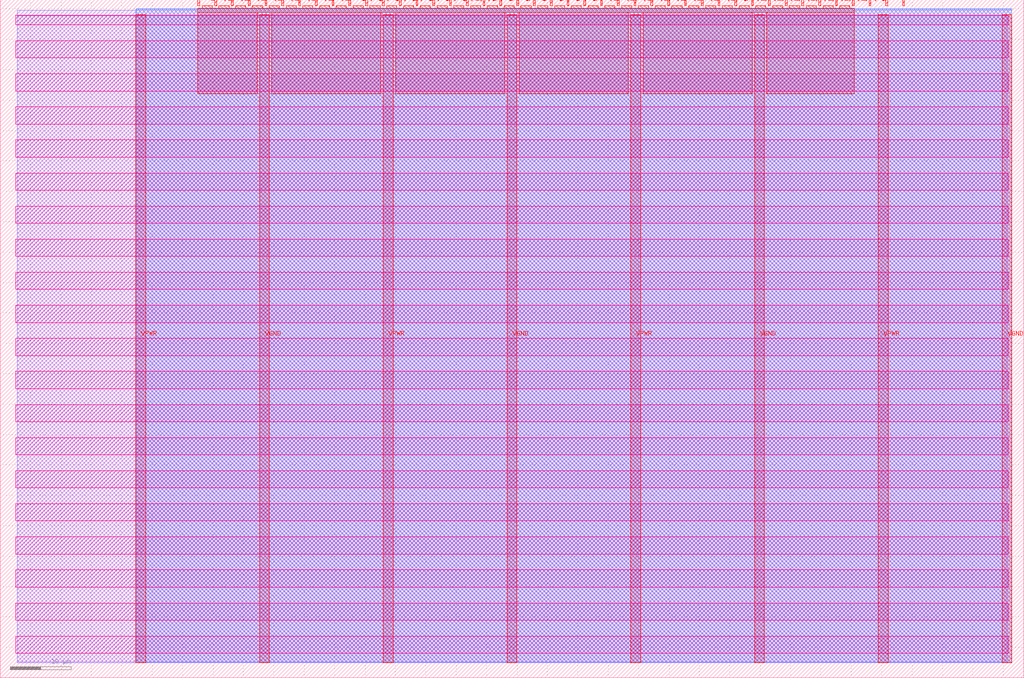
<source format=lef>
VERSION 5.7 ;
  NOWIREEXTENSIONATPIN ON ;
  DIVIDERCHAR "/" ;
  BUSBITCHARS "[]" ;
MACRO tt_um_wokwi_380416361853146113_dup
  CLASS BLOCK ;
  FOREIGN tt_um_wokwi_380416361853146113_dup ;
  ORIGIN 0.000 0.000 ;
  SIZE 168.360 BY 111.520 ;
  PIN VGND
    DIRECTION INOUT ;
    USE GROUND ;
    PORT
      LAYER met4 ;
        RECT 42.670 2.480 44.270 109.040 ;
    END
    PORT
      LAYER met4 ;
        RECT 83.380 2.480 84.980 109.040 ;
    END
    PORT
      LAYER met4 ;
        RECT 124.090 2.480 125.690 109.040 ;
    END
    PORT
      LAYER met4 ;
        RECT 164.800 2.480 166.400 109.040 ;
    END
  END VGND
  PIN VPWR
    DIRECTION INOUT ;
    USE POWER ;
    PORT
      LAYER met4 ;
        RECT 22.315 2.480 23.915 109.040 ;
    END
    PORT
      LAYER met4 ;
        RECT 63.025 2.480 64.625 109.040 ;
    END
    PORT
      LAYER met4 ;
        RECT 103.735 2.480 105.335 109.040 ;
    END
    PORT
      LAYER met4 ;
        RECT 144.445 2.480 146.045 109.040 ;
    END
  END VPWR
  PIN clk
    DIRECTION INPUT ;
    USE SIGNAL ;
    PORT
      LAYER met4 ;
        RECT 145.670 110.520 145.970 111.520 ;
    END
  END clk
  PIN ena
    DIRECTION INPUT ;
    USE SIGNAL ;
    PORT
      LAYER met4 ;
        RECT 148.430 110.520 148.730 111.520 ;
    END
  END ena
  PIN rst_n
    DIRECTION INPUT ;
    USE SIGNAL ;
    PORT
      LAYER met4 ;
        RECT 142.910 110.520 143.210 111.520 ;
    END
  END rst_n
  PIN ui_in[0]
    DIRECTION INPUT ;
    USE SIGNAL ;
    ANTENNAGATEAREA 0.196500 ;
    PORT
      LAYER met4 ;
        RECT 140.150 110.520 140.450 111.520 ;
    END
  END ui_in[0]
  PIN ui_in[1]
    DIRECTION INPUT ;
    USE SIGNAL ;
    ANTENNAGATEAREA 0.196500 ;
    PORT
      LAYER met4 ;
        RECT 137.390 110.520 137.690 111.520 ;
    END
  END ui_in[1]
  PIN ui_in[2]
    DIRECTION INPUT ;
    USE SIGNAL ;
    ANTENNAGATEAREA 0.196500 ;
    PORT
      LAYER met4 ;
        RECT 134.630 110.520 134.930 111.520 ;
    END
  END ui_in[2]
  PIN ui_in[3]
    DIRECTION INPUT ;
    USE SIGNAL ;
    ANTENNAGATEAREA 0.196500 ;
    PORT
      LAYER met4 ;
        RECT 131.870 110.520 132.170 111.520 ;
    END
  END ui_in[3]
  PIN ui_in[4]
    DIRECTION INPUT ;
    USE SIGNAL ;
    ANTENNAGATEAREA 0.196500 ;
    PORT
      LAYER met4 ;
        RECT 129.110 110.520 129.410 111.520 ;
    END
  END ui_in[4]
  PIN ui_in[5]
    DIRECTION INPUT ;
    USE SIGNAL ;
    ANTENNAGATEAREA 0.196500 ;
    PORT
      LAYER met4 ;
        RECT 126.350 110.520 126.650 111.520 ;
    END
  END ui_in[5]
  PIN ui_in[6]
    DIRECTION INPUT ;
    USE SIGNAL ;
    ANTENNAGATEAREA 0.196500 ;
    PORT
      LAYER met4 ;
        RECT 123.590 110.520 123.890 111.520 ;
    END
  END ui_in[6]
  PIN ui_in[7]
    DIRECTION INPUT ;
    USE SIGNAL ;
    ANTENNAGATEAREA 0.196500 ;
    PORT
      LAYER met4 ;
        RECT 120.830 110.520 121.130 111.520 ;
    END
  END ui_in[7]
  PIN uio_in[0]
    DIRECTION INPUT ;
    USE SIGNAL ;
    PORT
      LAYER met4 ;
        RECT 118.070 110.520 118.370 111.520 ;
    END
  END uio_in[0]
  PIN uio_in[1]
    DIRECTION INPUT ;
    USE SIGNAL ;
    PORT
      LAYER met4 ;
        RECT 115.310 110.520 115.610 111.520 ;
    END
  END uio_in[1]
  PIN uio_in[2]
    DIRECTION INPUT ;
    USE SIGNAL ;
    PORT
      LAYER met4 ;
        RECT 112.550 110.520 112.850 111.520 ;
    END
  END uio_in[2]
  PIN uio_in[3]
    DIRECTION INPUT ;
    USE SIGNAL ;
    PORT
      LAYER met4 ;
        RECT 109.790 110.520 110.090 111.520 ;
    END
  END uio_in[3]
  PIN uio_in[4]
    DIRECTION INPUT ;
    USE SIGNAL ;
    PORT
      LAYER met4 ;
        RECT 107.030 110.520 107.330 111.520 ;
    END
  END uio_in[4]
  PIN uio_in[5]
    DIRECTION INPUT ;
    USE SIGNAL ;
    PORT
      LAYER met4 ;
        RECT 104.270 110.520 104.570 111.520 ;
    END
  END uio_in[5]
  PIN uio_in[6]
    DIRECTION INPUT ;
    USE SIGNAL ;
    PORT
      LAYER met4 ;
        RECT 101.510 110.520 101.810 111.520 ;
    END
  END uio_in[6]
  PIN uio_in[7]
    DIRECTION INPUT ;
    USE SIGNAL ;
    PORT
      LAYER met4 ;
        RECT 98.750 110.520 99.050 111.520 ;
    END
  END uio_in[7]
  PIN uio_oe[0]
    DIRECTION OUTPUT TRISTATE ;
    USE SIGNAL ;
    PORT
      LAYER met4 ;
        RECT 51.830 110.520 52.130 111.520 ;
    END
  END uio_oe[0]
  PIN uio_oe[1]
    DIRECTION OUTPUT TRISTATE ;
    USE SIGNAL ;
    PORT
      LAYER met4 ;
        RECT 49.070 110.520 49.370 111.520 ;
    END
  END uio_oe[1]
  PIN uio_oe[2]
    DIRECTION OUTPUT TRISTATE ;
    USE SIGNAL ;
    PORT
      LAYER met4 ;
        RECT 46.310 110.520 46.610 111.520 ;
    END
  END uio_oe[2]
  PIN uio_oe[3]
    DIRECTION OUTPUT TRISTATE ;
    USE SIGNAL ;
    PORT
      LAYER met4 ;
        RECT 43.550 110.520 43.850 111.520 ;
    END
  END uio_oe[3]
  PIN uio_oe[4]
    DIRECTION OUTPUT TRISTATE ;
    USE SIGNAL ;
    PORT
      LAYER met4 ;
        RECT 40.790 110.520 41.090 111.520 ;
    END
  END uio_oe[4]
  PIN uio_oe[5]
    DIRECTION OUTPUT TRISTATE ;
    USE SIGNAL ;
    PORT
      LAYER met4 ;
        RECT 38.030 110.520 38.330 111.520 ;
    END
  END uio_oe[5]
  PIN uio_oe[6]
    DIRECTION OUTPUT TRISTATE ;
    USE SIGNAL ;
    PORT
      LAYER met4 ;
        RECT 35.270 110.520 35.570 111.520 ;
    END
  END uio_oe[6]
  PIN uio_oe[7]
    DIRECTION OUTPUT TRISTATE ;
    USE SIGNAL ;
    PORT
      LAYER met4 ;
        RECT 32.510 110.520 32.810 111.520 ;
    END
  END uio_oe[7]
  PIN uio_out[0]
    DIRECTION OUTPUT TRISTATE ;
    USE SIGNAL ;
    PORT
      LAYER met4 ;
        RECT 73.910 110.520 74.210 111.520 ;
    END
  END uio_out[0]
  PIN uio_out[1]
    DIRECTION OUTPUT TRISTATE ;
    USE SIGNAL ;
    PORT
      LAYER met4 ;
        RECT 71.150 110.520 71.450 111.520 ;
    END
  END uio_out[1]
  PIN uio_out[2]
    DIRECTION OUTPUT TRISTATE ;
    USE SIGNAL ;
    PORT
      LAYER met4 ;
        RECT 68.390 110.520 68.690 111.520 ;
    END
  END uio_out[2]
  PIN uio_out[3]
    DIRECTION OUTPUT TRISTATE ;
    USE SIGNAL ;
    PORT
      LAYER met4 ;
        RECT 65.630 110.520 65.930 111.520 ;
    END
  END uio_out[3]
  PIN uio_out[4]
    DIRECTION OUTPUT TRISTATE ;
    USE SIGNAL ;
    PORT
      LAYER met4 ;
        RECT 62.870 110.520 63.170 111.520 ;
    END
  END uio_out[4]
  PIN uio_out[5]
    DIRECTION OUTPUT TRISTATE ;
    USE SIGNAL ;
    PORT
      LAYER met4 ;
        RECT 60.110 110.520 60.410 111.520 ;
    END
  END uio_out[5]
  PIN uio_out[6]
    DIRECTION OUTPUT TRISTATE ;
    USE SIGNAL ;
    PORT
      LAYER met4 ;
        RECT 57.350 110.520 57.650 111.520 ;
    END
  END uio_out[6]
  PIN uio_out[7]
    DIRECTION OUTPUT TRISTATE ;
    USE SIGNAL ;
    PORT
      LAYER met4 ;
        RECT 54.590 110.520 54.890 111.520 ;
    END
  END uio_out[7]
  PIN uo_out[0]
    DIRECTION OUTPUT TRISTATE ;
    USE SIGNAL ;
    ANTENNADIFFAREA 0.795200 ;
    PORT
      LAYER met4 ;
        RECT 95.990 110.520 96.290 111.520 ;
    END
  END uo_out[0]
  PIN uo_out[1]
    DIRECTION OUTPUT TRISTATE ;
    USE SIGNAL ;
    ANTENNADIFFAREA 0.445500 ;
    PORT
      LAYER met4 ;
        RECT 93.230 110.520 93.530 111.520 ;
    END
  END uo_out[1]
  PIN uo_out[2]
    DIRECTION OUTPUT TRISTATE ;
    USE SIGNAL ;
    ANTENNADIFFAREA 0.445500 ;
    PORT
      LAYER met4 ;
        RECT 90.470 110.520 90.770 111.520 ;
    END
  END uo_out[2]
  PIN uo_out[3]
    DIRECTION OUTPUT TRISTATE ;
    USE SIGNAL ;
    ANTENNADIFFAREA 0.795200 ;
    PORT
      LAYER met4 ;
        RECT 87.710 110.520 88.010 111.520 ;
    END
  END uo_out[3]
  PIN uo_out[4]
    DIRECTION OUTPUT TRISTATE ;
    USE SIGNAL ;
    ANTENNADIFFAREA 0.445500 ;
    PORT
      LAYER met4 ;
        RECT 84.950 110.520 85.250 111.520 ;
    END
  END uo_out[4]
  PIN uo_out[5]
    DIRECTION OUTPUT TRISTATE ;
    USE SIGNAL ;
    ANTENNADIFFAREA 0.795200 ;
    PORT
      LAYER met4 ;
        RECT 82.190 110.520 82.490 111.520 ;
    END
  END uo_out[5]
  PIN uo_out[6]
    DIRECTION OUTPUT TRISTATE ;
    USE SIGNAL ;
    ANTENNADIFFAREA 0.795200 ;
    PORT
      LAYER met4 ;
        RECT 79.430 110.520 79.730 111.520 ;
    END
  END uo_out[6]
  PIN uo_out[7]
    DIRECTION OUTPUT TRISTATE ;
    USE SIGNAL ;
    ANTENNADIFFAREA 0.445500 ;
    PORT
      LAYER met4 ;
        RECT 76.670 110.520 76.970 111.520 ;
    END
  END uo_out[7]
  OBS
      LAYER nwell ;
        RECT 2.570 107.385 165.790 108.990 ;
        RECT 2.570 101.945 165.790 104.775 ;
        RECT 2.570 96.505 165.790 99.335 ;
        RECT 2.570 91.065 165.790 93.895 ;
        RECT 2.570 85.625 165.790 88.455 ;
        RECT 2.570 80.185 165.790 83.015 ;
        RECT 2.570 74.745 165.790 77.575 ;
        RECT 2.570 69.305 165.790 72.135 ;
        RECT 2.570 63.865 165.790 66.695 ;
        RECT 2.570 58.425 165.790 61.255 ;
        RECT 2.570 52.985 165.790 55.815 ;
        RECT 2.570 47.545 165.790 50.375 ;
        RECT 2.570 42.105 165.790 44.935 ;
        RECT 2.570 36.665 165.790 39.495 ;
        RECT 2.570 31.225 165.790 34.055 ;
        RECT 2.570 25.785 165.790 28.615 ;
        RECT 2.570 20.345 165.790 23.175 ;
        RECT 2.570 14.905 165.790 17.735 ;
        RECT 2.570 9.465 165.790 12.295 ;
        RECT 2.570 4.025 165.790 6.855 ;
      LAYER li1 ;
        RECT 2.760 2.635 165.600 108.885 ;
      LAYER met1 ;
        RECT 2.760 2.480 166.400 109.780 ;
      LAYER met2 ;
        RECT 22.345 2.535 166.370 110.005 ;
      LAYER met3 ;
        RECT 22.325 2.555 166.390 109.985 ;
      LAYER met4 ;
        RECT 33.210 110.120 34.870 110.520 ;
        RECT 35.970 110.120 37.630 110.520 ;
        RECT 38.730 110.120 40.390 110.520 ;
        RECT 41.490 110.120 43.150 110.520 ;
        RECT 44.250 110.120 45.910 110.520 ;
        RECT 47.010 110.120 48.670 110.520 ;
        RECT 49.770 110.120 51.430 110.520 ;
        RECT 52.530 110.120 54.190 110.520 ;
        RECT 55.290 110.120 56.950 110.520 ;
        RECT 58.050 110.120 59.710 110.520 ;
        RECT 60.810 110.120 62.470 110.520 ;
        RECT 63.570 110.120 65.230 110.520 ;
        RECT 66.330 110.120 67.990 110.520 ;
        RECT 69.090 110.120 70.750 110.520 ;
        RECT 71.850 110.120 73.510 110.520 ;
        RECT 74.610 110.120 76.270 110.520 ;
        RECT 77.370 110.120 79.030 110.520 ;
        RECT 80.130 110.120 81.790 110.520 ;
        RECT 82.890 110.120 84.550 110.520 ;
        RECT 85.650 110.120 87.310 110.520 ;
        RECT 88.410 110.120 90.070 110.520 ;
        RECT 91.170 110.120 92.830 110.520 ;
        RECT 93.930 110.120 95.590 110.520 ;
        RECT 96.690 110.120 98.350 110.520 ;
        RECT 99.450 110.120 101.110 110.520 ;
        RECT 102.210 110.120 103.870 110.520 ;
        RECT 104.970 110.120 106.630 110.520 ;
        RECT 107.730 110.120 109.390 110.520 ;
        RECT 110.490 110.120 112.150 110.520 ;
        RECT 113.250 110.120 114.910 110.520 ;
        RECT 116.010 110.120 117.670 110.520 ;
        RECT 118.770 110.120 120.430 110.520 ;
        RECT 121.530 110.120 123.190 110.520 ;
        RECT 124.290 110.120 125.950 110.520 ;
        RECT 127.050 110.120 128.710 110.520 ;
        RECT 129.810 110.120 131.470 110.520 ;
        RECT 132.570 110.120 134.230 110.520 ;
        RECT 135.330 110.120 136.990 110.520 ;
        RECT 138.090 110.120 139.750 110.520 ;
        RECT 32.495 109.440 140.465 110.120 ;
        RECT 32.495 96.055 42.270 109.440 ;
        RECT 44.670 96.055 62.625 109.440 ;
        RECT 65.025 96.055 82.980 109.440 ;
        RECT 85.380 96.055 103.335 109.440 ;
        RECT 105.735 96.055 123.690 109.440 ;
        RECT 126.090 96.055 140.465 109.440 ;
  END
END tt_um_wokwi_380416361853146113_dup
END LIBRARY


</source>
